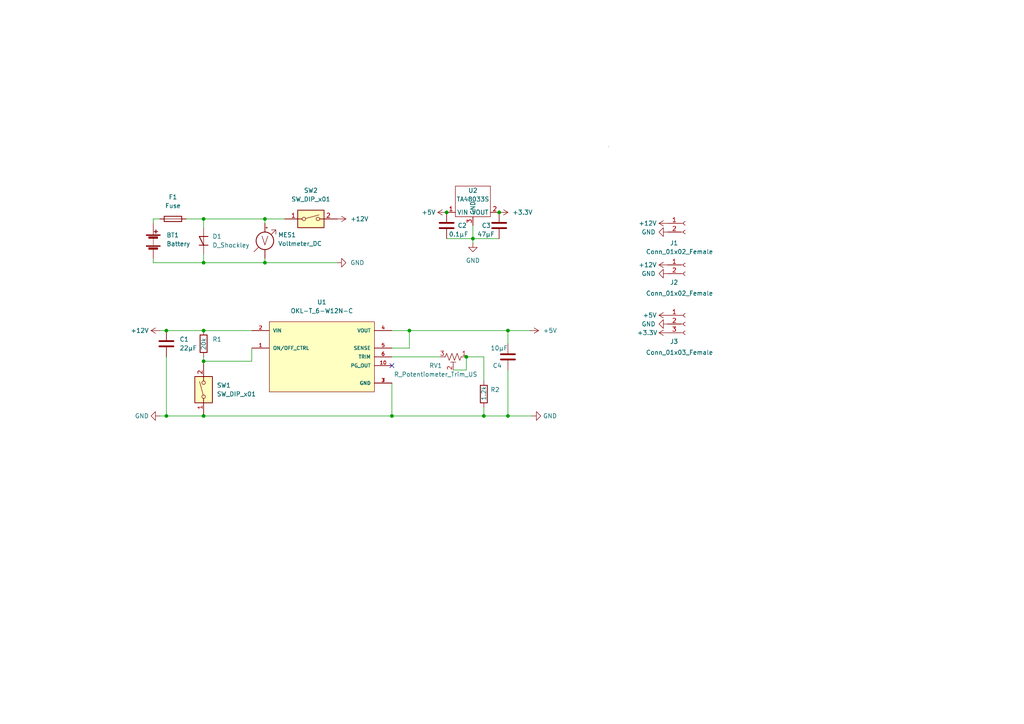
<source format=kicad_sch>
(kicad_sch (version 20211123) (generator eeschema)
  (paper "A4")
  (lib_symbols
    (symbol "Connector:Conn_01x02_Female" (pin_names (offset 1.016) hide)
      (property "Reference" "J" (at 0 2.54 0))
      (property "Value" "Conn_01x02_Female" (at 0 -5.08 0))
      (symbol "Conn_01x02_Female_1_1"
        (arc (start 0 -2.032) (mid -0.508 -2.54) (end 0 -3.048) (stroke (width 0.1524)))
        (polyline (pts (xy -1.27 -2.54) (xy -0.508 -2.54)) (stroke (width 0.1524)))
        (polyline (pts (xy -1.27 0) (xy -0.508 0)) (stroke (width 0.1524)))
        (arc (start 0 0.508) (mid -0.508 0) (end 0 -0.508) (stroke (width 0.1524)))
        (pin passive line (at -5.08 0 0) (length 3.81) (name "Pin_1") (number "1"))
        (pin passive line (at -5.08 -2.54 0) (length 3.81) (name "Pin_2") (number "2"))
      )
    )
    (symbol "Connector:Conn_01x03_Female" (pin_names (offset 1.016) hide)
      (property "Reference" "J" (at 0 5.08 0))
      (property "Value" "Conn_01x03_Female" (at 0 -5.08 0))
      (symbol "Conn_01x03_Female_1_1"
        (arc (start 0 -2.032) (mid -0.508 -2.54) (end 0 -3.048) (stroke (width 0.1524)))
        (polyline (pts (xy -1.27 -2.54) (xy -0.508 -2.54)) (stroke (width 0.1524)))
        (polyline (pts (xy -1.27 0) (xy -0.508 0)) (stroke (width 0.1524)))
        (polyline (pts (xy -1.27 2.54) (xy -0.508 2.54)) (stroke (width 0.1524)))
        (arc (start 0 0.508) (mid -0.508 0) (end 0 -0.508) (stroke (width 0.1524)))
        (arc (start 0 3.048) (mid -0.508 2.54) (end 0 2.032) (stroke (width 0.1524)))
        (pin passive line (at -5.08 2.54 0) (length 3.81) (name "Pin_1") (number "1"))
        (pin passive line (at -5.08 0 0) (length 3.81) (name "Pin_2") (number "2"))
        (pin passive line (at -5.08 -2.54 0) (length 3.81) (name "Pin_3") (number "3"))
      )
    )
    (symbol "Device:Battery" (pin_numbers hide) (pin_names (offset 0) hide)
      (property "Reference" "BT" (at 2.54 2.54 0))
      (property "Value" "Battery" (at 2.54 0 0))
      (symbol "Battery_0_1"
        (rectangle (start -2.032 -1.397) (end 2.032 -1.651) (fill (type outline)))
        (rectangle (start -2.032 1.778) (end 2.032 1.524) (fill (type outline)))
        (rectangle (start -1.3208 -1.9812) (end 1.27 -2.4892) (fill (type outline)))
        (rectangle (start -1.3208 1.1938) (end 1.27 0.6858) (fill (type outline)))
        (polyline (pts (xy 0 -1.524) (xy 0 -1.27)))
        (polyline (pts (xy 0 -1.016) (xy 0 -0.762)))
        (polyline (pts (xy 0 -0.508) (xy 0 -0.254)))
        (polyline (pts (xy 0 0) (xy 0 0.254)))
        (polyline (pts (xy 0 0.508) (xy 0 0.762)))
        (polyline (pts (xy 0 1.778) (xy 0 2.54)))
        (polyline (pts (xy 0.254 2.667) (xy 1.27 2.667)) (stroke (width 0.254)))
        (polyline (pts (xy 0.762 3.175) (xy 0.762 2.159)) (stroke (width 0.254)))
      )
      (symbol "Battery_1_1"
        (pin passive line (at 0 5.08 270) (length 2.54) (name "+") (number "1"))
        (pin passive line (at 0 -5.08 90) (length 2.54) (name "-") (number "2"))
      )
    )
    (symbol "Device:C" (pin_numbers hide) (pin_names (offset 0.254))
      (property "Reference" "C" (at 0.635 2.54 0))
      (property "Value" "C" (at 0.635 -2.54 0))
      (symbol "C_0_1"
        (polyline (pts (xy -2.032 -0.762) (xy 2.032 -0.762)) (stroke (width 0.508)))
        (polyline (pts (xy -2.032 0.762) (xy 2.032 0.762)) (stroke (width 0.508)))
      )
      (symbol "C_1_1"
        (pin passive line (at 0 3.81 270) (length 2.794) (name "~") (number "1"))
        (pin passive line (at 0 -3.81 90) (length 2.794) (name "~") (number "2"))
      )
    )
    (symbol "Device:D_Shockley" (pin_numbers hide) (pin_names (offset 1.016) hide)
      (property "Reference" "D" (at 0 2.54 0))
      (property "Value" "D_Shockley" (at 0 -2.54 0))
      (symbol "D_Shockley_0_1"
        (polyline (pts (xy -1.27 0) (xy 1.27 0)))
        (polyline (pts (xy -1.27 1.27) (xy -1.27 -1.27)) (stroke (width 0.254)))
        (polyline (pts (xy -1.27 0) (xy 1.27 1.27) (xy 1.27 -1.27)) (stroke (width 0.254)))
      )
      (symbol "D_Shockley_1_1"
        (pin passive line (at -3.81 0 0) (length 2.54) (name "K") (number "1"))
        (pin passive line (at 3.81 0 180) (length 2.54) (name "A") (number "2"))
      )
    )
    (symbol "Device:Fuse" (pin_numbers hide) (pin_names (offset 0))
      (property "Reference" "F" (at 2.032 0 90))
      (property "Value" "Fuse" (at -1.905 0 90))
      (symbol "Fuse_0_1"
        (rectangle (start -0.762 -2.54) (end 0.762 2.54) (stroke (width 0.254)))
        (polyline (pts (xy 0 2.54) (xy 0 -2.54)))
      )
      (symbol "Fuse_1_1"
        (pin passive line (at 0 3.81 270) (length 1.27) (name "~") (number "1"))
        (pin passive line (at 0 -3.81 90) (length 1.27) (name "~") (number "2"))
      )
    )
    (symbol "Device:R" (pin_numbers hide) (pin_names (offset 0))
      (property "Reference" "R" (at 2.032 0 90))
      (property "Value" "R" (at 0 0 90))
      (symbol "R_0_1"
        (rectangle (start -1.016 -2.54) (end 1.016 2.54) (stroke (width 0.254)))
      )
      (symbol "R_1_1"
        (pin passive line (at 0 3.81 270) (length 1.27) (name "~") (number "1"))
        (pin passive line (at 0 -3.81 90) (length 1.27) (name "~") (number "2"))
      )
    )
    (symbol "Device:R_Potentiometer_Trim_US" (pin_names (offset 1.016) hide)
      (property "Reference" "RV" (at -4.445 0 90))
      (property "Value" "R_Potentiometer_Trim_US" (at -2.54 0 90))
      (symbol "R_Potentiometer_Trim_US_0_1"
        (polyline (pts (xy 0 -2.286) (xy 0 -2.54)))
        (polyline (pts (xy 0 2.286) (xy 0 2.54)))
        (polyline (pts (xy 1.524 0.762) (xy 1.524 -0.762)))
        (polyline (pts (xy 2.54 0) (xy 1.524 0)))
        (polyline (pts (xy 0 -0.762) (xy 1.016 -1.143) (xy 0 -1.524) (xy -1.016 -1.905) (xy 0 -2.286)))
        (polyline (pts (xy 0 0.762) (xy 1.016 0.381) (xy 0 0) (xy -1.016 -0.381) (xy 0 -0.762)))
        (polyline (pts (xy 0 2.286) (xy 1.016 1.905) (xy 0 1.524) (xy -1.016 1.143) (xy 0 0.762)))
      )
      (symbol "R_Potentiometer_Trim_US_1_1"
        (pin passive line (at 0 3.81 270) (length 1.27) (name "1") (number "1"))
        (pin passive line (at 3.81 0 180) (length 1.27) (name "2") (number "2"))
        (pin passive line (at 0 -3.81 90) (length 1.27) (name "3") (number "3"))
      )
    )
    (symbol "Device:Voltmeter_DC" (pin_numbers hide) (pin_names (offset 0.0254) hide)
      (property "Reference" "MES" (at -3.302 1.016 0))
      (property "Value" "Voltmeter_DC" (at -3.302 -0.762 0))
      (symbol "Voltmeter_DC_0_0"
        (polyline (pts (xy -3.175 -3.175) (xy -1.905 -1.905)))
        (polyline (pts (xy 1.905 1.905) (xy 3.175 3.175)))
        (polyline (pts (xy 1.905 3.175) (xy 3.175 3.175) (xy 3.175 1.905)))
        (text "V" (at 0 0 0) (effects (font (size 2.54 2.54))))
      )
      (symbol "Voltmeter_DC_0_1"
        (polyline (pts (xy 0.254 3.81) (xy 0.762 3.81)))
        (polyline (pts (xy 0.508 4.064) (xy 0.508 3.556)))
        (circle (center 0 0) (radius 2.54) (stroke (width 0.254)))
      )
      (symbol "Voltmeter_DC_1_1"
        (pin passive line (at 0 -5.08 90) (length 2.54) (name "-") (number "1"))
        (pin passive line (at 0 5.08 270) (length 2.54) (name "+") (number "2"))
      )
    )
    (symbol "OKL-T_6-W12N-C:OKL-T_6-W12N-C" (pin_names (offset 1.016))
      (property "Reference" "U" (at -15.24 10.922 0))
      (property "Value" "OKL-T_6-W12N-C" (at -15.24 -12.7 0))
      (symbol "OKL-T_6-W12N-C_0_0"
        (rectangle (start -15.24 -10.16) (end 15.24 10.16) (stroke (width 0.1524)) (fill (type background)))
        (pin input line (at -20.32 2.54 0) (length 5.08) (name "ON/OFF_CTRL") (number "1"))
        (pin output line (at 20.32 -2.54 180) (length 5.08) (name "PG_OUT") (number "10"))
        (pin input line (at -20.32 7.62 0) (length 5.08) (name "VIN") (number "2"))
        (pin power_in line (at 20.32 -7.62 180) (length 5.08) (name "GND") (number "3"))
        (pin output line (at 20.32 7.62 180) (length 5.08) (name "VOUT") (number "4"))
        (pin input line (at 20.32 2.54 180) (length 5.08) (name "SENSE") (number "5"))
        (pin input line (at 20.32 0 180) (length 5.08) (name "TRIM") (number "6"))
        (pin power_in line (at 20.32 -7.62 180) (length 5.08) (name "GND") (number "7"))
      )
    )
    (symbol "Switch:SW_DIP_x01" (pin_names (offset 0) hide)
      (property "Reference" "SW" (at 0 3.81 0))
      (property "Value" "SW_DIP_x01" (at 0 -3.81 0))
      (symbol "SW_DIP_x01_0_0"
        (circle (center -2.032 0) (radius 0.508))
        (polyline (pts (xy -1.524 0.127) (xy 2.3622 1.1684)))
        (circle (center 2.032 0) (radius 0.508))
      )
      (symbol "SW_DIP_x01_0_1"
        (rectangle (start -3.81 2.54) (end 3.81 -2.54) (stroke (width 0.254)) (fill (type background)))
      )
      (symbol "SW_DIP_x01_1_1"
        (pin passive line (at -7.62 0 0) (length 5.08) (name "~") (number "1"))
        (pin passive line (at 7.62 0 180) (length 5.08) (name "~") (number "2"))
      )
    )
    (symbol "TA48033S:TA48033S"
      (property "Reference" "U" (at 0 1.27 0))
      (property "Value" "TA48033S" (at 0 -1.27 0))
      (symbol "TA48033S_0_1"
        (rectangle (start -5.08 2.54) (end 5.08 -6.35))
        (rectangle (start 39.37 13.97) (end 39.37 13.97))
      )
      (symbol "TA48033S_1_1"
        (pin bidirectional line (at -7.62 -5.08 0) (length 2.54) (name "VIN") (number "1"))
        (pin bidirectional line (at 7.62 -5.08 180) (length 2.54) (name "VOUT") (number "2"))
        (pin bidirectional line (at 0 -8.89 90) (length 2.54) (name "GND") (number "3"))
      )
    )
    (symbol "power:+12V" (power) (pin_names (offset 0))
      (property "Value" "+12V" (at 0 3.556 0))
      (symbol "+12V_0_1"
        (polyline (pts (xy -0.762 1.27) (xy 0 2.54)))
        (polyline (pts (xy 0 0) (xy 0 2.54)))
        (polyline (pts (xy 0 2.54) (xy 0.762 1.27)))
      )
      (symbol "+12V_1_1"
        (pin power_in line (at 0 0 90) (length 0) hide (name "+12V") (number "1"))
      )
    )
    (symbol "power:+3.3V" (power) (pin_names (offset 0))
      (property "Value" "+3.3V" (at 0 3.556 0))
      (symbol "+3.3V_0_1"
        (polyline (pts (xy -0.762 1.27) (xy 0 2.54)))
        (polyline (pts (xy 0 0) (xy 0 2.54)))
        (polyline (pts (xy 0 2.54) (xy 0.762 1.27)))
      )
      (symbol "+3.3V_1_1"
        (pin power_in line (at 0 0 90) (length 0) hide (name "+3.3V") (number "1"))
      )
    )
    (symbol "power:+5V" (power) (pin_names (offset 0))
      (property "Value" "+5V" (at 0 3.556 0))
      (symbol "+5V_0_1"
        (polyline (pts (xy -0.762 1.27) (xy 0 2.54)))
        (polyline (pts (xy 0 0) (xy 0 2.54)))
        (polyline (pts (xy 0 2.54) (xy 0.762 1.27)))
      )
      (symbol "+5V_1_1"
        (pin power_in line (at 0 0 90) (length 0) hide (name "+5V") (number "1"))
      )
    )
    (symbol "power:GND" (power) (pin_names (offset 0))
      (property "Value" "GND" (at 0 -3.81 0))
      (symbol "GND_0_1"
        (polyline (pts (xy 0 0) (xy 0 -1.27) (xy 1.27 -1.27) (xy 0 -2.54) (xy -1.27 -1.27) (xy 0 -1.27)))
      )
      (symbol "GND_1_1"
        (pin power_in line (at 0 0 270) (length 0) hide (name "GND") (number "1"))
      )
    )
  )
  (junction (at 118.745 95.885))
  (junction (at 147.32 120.65))
  (junction (at 147.32 95.885))
  (junction (at 59.055 104.775))
  (junction (at 59.055 63.5))
  (junction (at 76.835 76.2))
  (junction (at 137.16 69.215))
  (junction (at 59.055 120.65))
  (junction (at 48.26 120.65))
  (junction (at 48.26 95.885))
  (junction (at 129.54 61.595))
  (junction (at 135.255 103.505))
  (junction (at 59.055 76.2))
  (junction (at 144.78 61.595))
  (junction (at 140.335 120.65))
  (junction (at 59.055 95.885))
  (junction (at 113.665 120.65))
  (junction (at 76.835 63.5))
  (no_connect (at 113.665 106.045))
  (wire (pts (xy 147.32 107.315) (xy 147.32 120.65)))
  (wire (pts (xy 113.665 111.125) (xy 113.665 120.65)))
  (wire (pts (xy 147.32 95.885) (xy 147.32 99.695)))
  (wire (pts (xy 53.975 63.5) (xy 59.055 63.5)))
  (wire (pts (xy 59.055 76.2) (xy 76.835 76.2)))
  (wire (pts (xy 76.835 63.5) (xy 76.835 64.77)))
  (wire (pts (xy 59.055 63.5) (xy 76.835 63.5)))
  (wire (pts (xy 48.26 103.505) (xy 48.26 120.65)))
  (wire (pts (xy 140.335 120.65) (xy 147.32 120.65)))
  (wire (pts (xy 137.16 69.215) (xy 137.16 70.485)))
  (wire (pts (xy 44.45 63.5) (xy 46.355 63.5)))
  (wire (pts (xy 113.665 100.965) (xy 118.745 100.965)))
  (wire (pts (xy 59.055 104.775) (xy 73.025 104.775)))
  (wire (pts (xy 59.055 105.41) (xy 59.055 104.775)))
  (wire (pts (xy 118.745 95.885) (xy 118.745 100.965)))
  (wire (pts (xy 137.16 65.405) (xy 137.16 69.215)))
  (wire (pts (xy 137.16 69.215) (xy 129.54 69.215)))
  (wire (pts (xy 140.335 103.505) (xy 140.335 110.49)))
  (wire (pts (xy 76.835 63.5) (xy 82.55 63.5)))
  (wire (pts (xy 59.055 120.65) (xy 113.665 120.65)))
  (wire (pts (xy 147.32 120.65) (xy 154.305 120.65)))
  (wire (pts (xy 131.445 107.315) (xy 135.255 107.315)))
  (wire (pts (xy 135.255 107.315) (xy 135.255 103.505)))
  (wire (pts (xy 118.745 95.885) (xy 147.32 95.885)))
  (wire (pts (xy 144.78 69.215) (xy 137.16 69.215)))
  (wire (pts (xy 76.835 76.2) (xy 76.835 74.93)))
  (wire (pts (xy 44.45 76.2) (xy 44.45 74.93)))
  (wire (pts (xy 44.45 64.77) (xy 44.45 63.5)))
  (wire (pts (xy 44.45 76.2) (xy 59.055 76.2)))
  (wire (pts (xy 48.26 120.65) (xy 46.355 120.65)))
  (wire (pts (xy 147.32 95.885) (xy 153.67 95.885)))
  (wire (pts (xy 73.025 104.775) (xy 73.025 100.965)))
  (wire (pts (xy 140.335 118.11) (xy 140.335 120.65)))
  (wire (pts (xy 76.835 76.2) (xy 97.79 76.2)))
  (wire (pts (xy 59.055 73.66) (xy 59.055 76.2)))
  (wire (pts (xy 59.055 63.5) (xy 59.055 66.04)))
  (wire (pts (xy 48.26 120.65) (xy 59.055 120.65)))
  (wire (pts (xy 113.665 95.885) (xy 118.745 95.885)))
  (wire (pts (xy 46.355 95.885) (xy 48.26 95.885)))
  (wire (pts (xy 135.255 103.505) (xy 140.335 103.505)))
  (wire (pts (xy 59.055 104.775) (xy 59.055 103.505)))
  (wire (pts (xy 113.665 120.65) (xy 140.335 120.65)))
  (wire (pts (xy 48.26 95.885) (xy 59.055 95.885)))
  (wire (pts (xy 113.665 103.505) (xy 127.635 103.505)))
  (wire (pts (xy 59.055 95.885) (xy 73.025 95.885)))
  (symbol (lib_id "power:GND") (at 193.675 79.375 270) (unit 1)
    (property "Reference" "#PWR013" (effects hide))
    (property "Value" "GND" (at 186.055 79.375 90) (effects (justify left)))
  )
  (symbol (lib_id "power:GND") (at 97.79 76.2 90) (unit 1)
    (property "Reference" "#PWR04" (effects hide))
    (property "Value" "GND" (at 101.6 76.1999 90) (effects (justify right)))
  )
  (symbol (lib_id "TA48033S:TA48033S") (at 137.16 56.515 0) (unit 1)
    (property "Reference" "U2" (at 137.16 55.245 0))
    (property "Value" "TA48033S" (at 137.16 57.785 0))
    (property "Footprint" "TA48033S:TA48033S" (effects hide))
  )
  (symbol (lib_id "Device:Battery") (at 44.45 69.85 0) (unit 1)
    (property "Reference" "BT1" (at 48.26 68.1989 0) (effects (justify left)))
    (property "Value" "Battery" (at 48.26 70.7389 0) (effects (justify left)))
    (property "Footprint" "Connector_JST:JST_VH_B2P-VH-B_1x02_P3.96mm_Vertical" (effects hide))
  )
  (symbol (lib_id "power:GND") (at 154.305 120.65 90) (unit 1)
    (property "Reference" "#PWR09" (effects hide))
    (property "Value" "GND" (at 157.48 120.6499 90) (effects (justify right)))
  )
  (symbol (lib_id "Device:C") (at 129.54 65.405 0) (unit 1)
    (property "Reference" "C2" (at 132.715 65.405 0) (effects (justify left)))
    (property "Value" "0.1μF" (at 130.175 67.945 0) (effects (justify left)))
    (property "Footprint" "Capacitor_THT:C_Disc_D3.0mm_W1.6mm_P2.50mm" (effects hide))
  )
  (symbol (lib_id "Device:C") (at 147.32 103.505 0) (unit 1)
    (property "Reference" "C4" (at 142.875 106.045 0) (effects (justify left)))
    (property "Value" "10μF" (at 142.24 100.965 0) (effects (justify left)))
    (property "Footprint" "Capacitor_THT:C_Disc_D5.1mm_W3.2mm_P5.00mm" (effects hide))
  )
  (symbol (lib_id "Device:C") (at 48.26 99.695 0) (unit 1)
    (property "Reference" "C1" (at 52.07 98.4249 0) (effects (justify left)))
    (property "Value" "22μF" (at 52.07 100.9649 0) (effects (justify left)))
    (property "Footprint" "Capacitor_THT:C_Disc_D5.1mm_W3.2mm_P5.00mm" (effects hide))
  )
  (symbol (lib_id "power:+3.3V") (at 144.78 61.595 270) (unit 1)
    (property "Reference" "#PWR07" (effects hide))
    (property "Value" "+3.3V" (at 148.59 61.5949 90) (effects (justify left)))
  )
  (symbol (lib_id "Device:Fuse") (at 50.165 63.5 90) (unit 1)
    (property "Reference" "F1" (at 50.165 57.15 90))
    (property "Value" "Fuse" (at 50.165 59.69 90))
    (property "Footprint" "Fuse_Socket:fuse_socket" (effects hide))
  )
  (symbol (lib_id "Switch:SW_DIP_x01") (at 59.055 113.03 90) (unit 1)
    (property "Reference" "SW1" (at 62.865 111.7599 90) (effects (justify right)))
    (property "Value" "SW_DIP_x01" (at 62.865 114.2999 90) (effects (justify right)))
    (property "Footprint" "_Others:DS-850k" (effects hide))
  )
  (symbol (lib_id "power:+12V") (at 97.79 63.5 270) (unit 1)
    (property "Reference" "#PWR03" (effects hide))
    (property "Value" "+12V" (at 101.6 63.4999 90) (effects (justify left)))
  )
  (symbol (lib_id "Device:C") (at 144.78 65.405 0) (unit 1)
    (property "Reference" "C3" (at 139.7 65.405 0) (effects (justify left)))
    (property "Value" "47μF" (at 138.43 67.945 0) (effects (justify left)))
    (property "Footprint" "Capacitor_THT:C_Radial_D6.3mm_H11.0mm_P2.50mm" (effects hide))
  )
  (symbol (lib_id "Switch:SW_DIP_x01") (at 90.17 63.5 0) (unit 1)
    (property "Reference" "SW2" (at 90.17 55.245 0))
    (property "Value" "SW_DIP_x01" (at 90.17 57.785 0))
    (property "Footprint" "_Others:DS-850k" (effects hide))
  )
  (symbol (lib_id "power:+5V") (at 129.54 61.595 90) (unit 1)
    (property "Reference" "#PWR05" (effects hide))
    (property "Value" "+5V" (at 126.365 61.5949 90) (effects (justify left)))
  )
  (symbol (lib_id "power:GND") (at 193.675 67.31 270) (unit 1)
    (property "Reference" "#PWR011" (effects hide))
    (property "Value" "GND" (at 186.055 67.31 90) (effects (justify left)))
  )
  (symbol (lib_id "power:+3.3V") (at 193.675 96.52 90) (unit 1)
    (property "Reference" "#PWR016" (effects hide))
    (property "Value" "+3.3V" (at 184.785 96.52 90) (effects (justify right)))
  )
  (symbol (lib_id "Connector:Conn_01x02_Female") (at 198.755 76.835 0) (unit 1)
    (property "Reference" "J2" (at 194.31 81.915 0) (effects (justify left)))
    (property "Value" "Conn_01x02_Female" (at 187.325 85.09 0) (effects (justify left)))
    (property "Footprint" "Connector_JST:JST_XH_B2B-XH-A_1x02_P2.50mm_Vertical" (effects hide))
  )
  (symbol (lib_id "power:+12V") (at 193.675 76.835 90) (unit 1)
    (property "Reference" "#PWR012" (effects hide))
    (property "Value" "+12V" (at 190.5 76.8349 90) (effects (justify left)))
  )
  (symbol (lib_id "Device:R_Potentiometer_Trim_US") (at 131.445 103.505 270) (unit 1)
    (property "Reference" "RV1" (at 126.365 106.045 90))
    (property "Value" "R_Potentiometer_Trim_US" (at 126.365 108.585 90))
    (property "Footprint" "Potentiometer_THT:Potentiometer_Bourns_3296W_Vertical" (effects hide))
  )
  (symbol (lib_id "power:+5V") (at 153.67 95.885 270) (unit 1)
    (property "Reference" "#PWR08" (effects hide))
    (property "Value" "+5V" (at 157.48 95.8849 90) (effects (justify left)))
  )
  (symbol (lib_id "power:+12V") (at 193.675 64.77 90) (unit 1)
    (property "Reference" "#PWR010" (effects hide))
    (property "Value" "+12V" (at 190.5 64.7699 90) (effects (justify left)))
  )
  (symbol (lib_id "power:GND") (at 193.675 93.98 270) (unit 1)
    (property "Reference" "#PWR015" (effects hide))
    (property "Value" "GND" (at 186.055 93.98 90) (effects (justify left)))
  )
  (symbol (lib_id "Connector:Conn_01x02_Female") (at 198.755 64.77 0) (unit 1)
    (property "Reference" "J1" (at 194.31 70.485 0) (effects (justify left)))
    (property "Value" "Conn_01x02_Female" (at 187.325 73.025 0) (effects (justify left)))
    (property "Footprint" "Connector_JST:JST_XH_B2B-XH-A_1x02_P2.50mm_Vertical" (effects hide))
  )
  (symbol (lib_id "Device:R") (at 140.335 114.3 0) (unit 1)
    (property "Reference" "R2" (at 142.24 113.0299 0) (effects (justify left)))
    (property "Value" "1.2k" (at 140.335 116.205 90) (effects (justify left)))
    (property "Footprint" "Resistor_THT:R_Axial_DIN0204_L3.6mm_D1.6mm_P5.08mm_Horizontal" (effects hide))
  )
  (symbol (lib_id "power:GND") (at 137.16 70.485 0) (unit 1)
    (property "Reference" "#PWR06" (effects hide))
    (property "Value" "GND" (at 137.16 75.565 0))
  )
  (symbol (lib_id "OKL-T_6-W12N-C:OKL-T_6-W12N-C") (at 93.345 103.505 0) (unit 1)
    (property "Reference" "U1" (at 93.345 87.63 0))
    (property "Value" "OKL-T_6-W12N-C" (at 93.345 90.17 0))
    (property "Footprint" "_Others:DCDC-murata-6A" (effects hide))
  )
  (symbol (lib_id "power:+12V") (at 46.355 95.885 90) (unit 1)
    (property "Reference" "#PWR01" (effects hide))
    (property "Value" "+12V" (at 43.18 95.8849 90) (effects (justify left)))
  )
  (symbol (lib_id "Device:D_Shockley") (at 59.055 69.85 90) (unit 1)
    (property "Reference" "D1" (at 61.595 68.5799 90) (effects (justify right)))
    (property "Value" "D_Shockley" (at 61.595 71.1199 90) (effects (justify right)))
    (property "Footprint" "Diode_THT:D_5W_P12.70mm_Horizontal" (effects hide))
  )
  (symbol (lib_id "power:GND") (at 46.355 120.65 270) (unit 1)
    (property "Reference" "#PWR02" (effects hide))
    (property "Value" "GND" (at 43.18 120.6499 90) (effects (justify right)))
  )
  (symbol (lib_id "Device:R") (at 59.055 99.695 0) (unit 1)
    (property "Reference" "R1" (at 61.595 98.4249 0) (effects (justify left)))
    (property "Value" "20k" (at 59.055 101.6 90) (effects (justify left)))
    (property "Footprint" "Resistor_THT:R_Axial_DIN0204_L3.6mm_D1.6mm_P5.08mm_Horizontal" (effects hide))
  )
  (symbol (lib_id "power:+5V") (at 193.675 91.44 90) (unit 1)
    (property "Reference" "#PWR014" (effects hide))
    (property "Value" "+5V" (at 190.5 91.4399 90) (effects (justify left)))
  )
  (symbol (lib_id "Connector:Conn_01x03_Female") (at 198.755 93.98 0) (unit 1)
    (property "Reference" "J3" (at 194.31 99.06 0) (effects (justify left)))
    (property "Value" "Conn_01x03_Female" (at 187.325 102.235 0) (effects (justify left)))
    (property "Footprint" "Connector_JST:JST_XH_B3B-XH-A_1x03_P2.50mm_Vertical" (effects hide))
  )
  (symbol (lib_id "Device:Voltmeter_DC") (at 76.835 69.85 0) (unit 1)
    (property "Reference" "MES1" (at 80.645 68.1354 0) (effects (justify left)))
    (property "Value" "Voltmeter_DC" (at 80.645 70.6754 0) (effects (justify left)))
    (property "Footprint" "Voltage_Counter:voltage_counter" (effects hide))
  )
)
</source>
